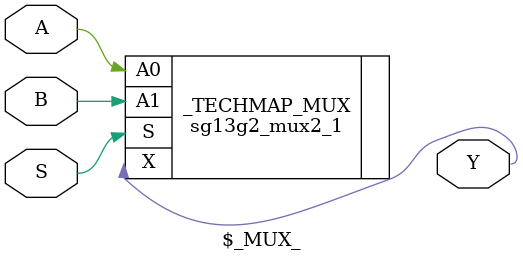
<source format=v>
module \$_MUX_ (
    output Y,
    input A,
    input B,
    input S
    );
  sg13g2_mux2_1 _TECHMAP_MUX (
      .X(Y),
      .A0(A),
      .A1(B),
      .S(S)
  );
endmodule

</source>
